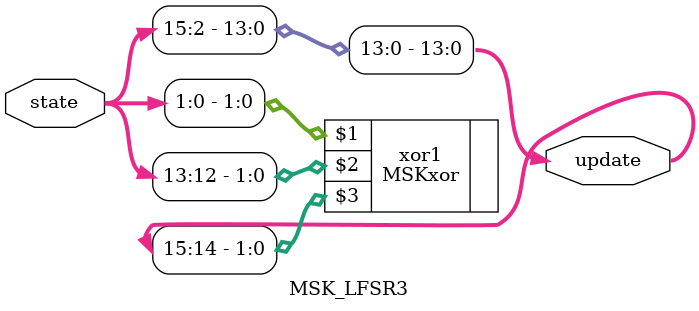
<source format=v>
`timescale 1ns / 1ps
module MSK_LFSR3 #(parameter d=2)(state, update);

(* syn_keep="true", keep="true", fv_type = "sharing", fv_latency = 0, fv_count=8 *) input [8*d - 1 : 0] state;
(* syn_keep="true", keep="true", fv_type = "sharing", fv_latency = 0, fv_count=8 *) output [8*d - 1 : 0] update;

MSKxor #(d) xor1 (state[d - 1 : 0], state [7*d - 1 : 6*d], update[8*d - 1 : 7*d]);
assign update[7*d - 1 : 0] = state[8*d - 1 : d];

endmodule

</source>
